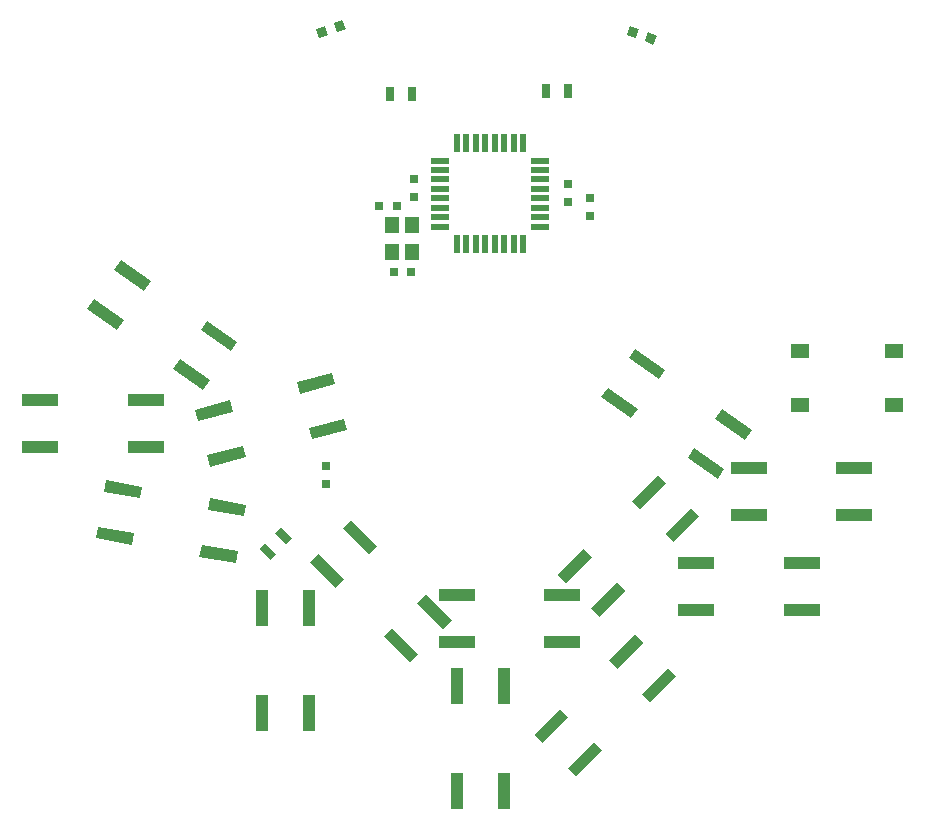
<source format=gtp>
G04 #@! TF.FileFunction,Paste,Top*
%FSLAX46Y46*%
G04 Gerber Fmt 4.6, Leading zero omitted, Abs format (unit mm)*
G04 Created by KiCad (PCBNEW 4.0.7-e2-6376~58~ubuntu16.04.1) date Tue Oct 31 02:22:27 2017*
%MOMM*%
%LPD*%
G01*
G04 APERTURE LIST*
%ADD10C,0.100000*%
%ADD11R,0.750000X0.800000*%
%ADD12R,0.800000X0.750000*%
%ADD13R,1.193800X1.397000*%
%ADD14R,1.600000X0.550000*%
%ADD15R,0.550000X1.600000*%
%ADD16R,0.700000X1.300000*%
%ADD17R,3.100000X1.000000*%
%ADD18R,1.000000X3.100000*%
%ADD19R,1.550000X1.300000*%
G04 APERTURE END LIST*
D10*
D11*
X-5780000Y20350000D03*
X-5780000Y21850000D03*
X9140000Y18750000D03*
X9140000Y20250000D03*
X7300000Y19925000D03*
X7300000Y21425000D03*
D12*
X-8740000Y19555000D03*
X-7240000Y19555000D03*
X-6000000Y13985000D03*
X-7500000Y13985000D03*
D10*
G36*
X-13805823Y33788699D02*
X-14079439Y34540453D01*
X-13327685Y34814069D01*
X-13054069Y34062315D01*
X-13805823Y33788699D01*
X-13805823Y33788699D01*
G37*
G36*
X-12302315Y34335931D02*
X-12575931Y35087685D01*
X-11824177Y35361301D01*
X-11550561Y34609547D01*
X-12302315Y34335931D01*
X-12302315Y34335931D01*
G37*
G36*
X12250561Y34074547D02*
X12524177Y34826301D01*
X13275931Y34552685D01*
X13002315Y33800931D01*
X12250561Y34074547D01*
X12250561Y34074547D01*
G37*
G36*
X13754069Y33527315D02*
X14027685Y34279069D01*
X14779439Y34005453D01*
X14505823Y33253699D01*
X13754069Y33527315D01*
X13754069Y33527315D01*
G37*
D13*
X-5955000Y17955000D03*
X-7656800Y17955000D03*
X-7656800Y15669000D03*
X-5955000Y15669000D03*
D14*
X-3585000Y23435000D03*
X-3585000Y22635000D03*
X-3585000Y21835000D03*
X-3585000Y21035000D03*
X-3585000Y20235000D03*
X-3585000Y19435000D03*
X-3585000Y18635000D03*
X-3585000Y17835000D03*
D15*
X-2135000Y16385000D03*
X-1335000Y16385000D03*
X-535000Y16385000D03*
X265000Y16385000D03*
X1065000Y16385000D03*
X1865000Y16385000D03*
X2665000Y16385000D03*
X3465000Y16385000D03*
D14*
X4915000Y17835000D03*
X4915000Y18635000D03*
X4915000Y19435000D03*
X4915000Y20235000D03*
X4915000Y21035000D03*
X4915000Y21835000D03*
X4915000Y22635000D03*
X4915000Y23435000D03*
D15*
X3465000Y24885000D03*
X2665000Y24885000D03*
X1865000Y24885000D03*
X1065000Y24885000D03*
X265000Y24885000D03*
X-535000Y24885000D03*
X-1335000Y24885000D03*
X-2135000Y24885000D03*
D11*
X-13235000Y-2430000D03*
X-13235000Y-3930000D03*
D10*
G36*
X-17005381Y-7631142D02*
X-16086142Y-8550381D01*
X-16581117Y-9045356D01*
X-17500356Y-8126117D01*
X-17005381Y-7631142D01*
X-17005381Y-7631142D01*
G37*
G36*
X-18348883Y-8974644D02*
X-17429644Y-9893883D01*
X-17924619Y-10388858D01*
X-18843858Y-9469619D01*
X-18348883Y-8974644D01*
X-18348883Y-8974644D01*
G37*
D16*
X-5915000Y29075000D03*
X-7815000Y29075000D03*
X5390000Y29285000D03*
X7290000Y29285000D03*
D17*
X-28495000Y-825000D03*
X-28495000Y3175000D03*
X-37405000Y3175000D03*
X-37405000Y-825000D03*
D10*
G36*
X-23021357Y4821946D02*
X-23594934Y4002794D01*
X-26134305Y5780880D01*
X-25560728Y6600032D01*
X-23021357Y4821946D01*
X-23021357Y4821946D01*
G37*
G36*
X-20727051Y8098554D02*
X-21300628Y7279402D01*
X-23839999Y9057488D01*
X-23266422Y9876640D01*
X-20727051Y8098554D01*
X-20727051Y8098554D01*
G37*
G36*
X-28025695Y13209120D02*
X-28599272Y12389968D01*
X-31138643Y14168054D01*
X-30565066Y14987206D01*
X-28025695Y13209120D01*
X-28025695Y13209120D01*
G37*
G36*
X-30320001Y9932512D02*
X-30893578Y9113360D01*
X-33432949Y10891446D01*
X-32859372Y11710598D01*
X-30320001Y9932512D01*
X-30320001Y9932512D01*
G37*
G36*
X-24058614Y1384681D02*
X-24317433Y2350606D01*
X-21323062Y3152945D01*
X-21064243Y2187020D01*
X-24058614Y1384681D01*
X-24058614Y1384681D01*
G37*
G36*
X-23023337Y-2479022D02*
X-23282156Y-1513097D01*
X-20287785Y-710758D01*
X-20028966Y-1676683D01*
X-23023337Y-2479022D01*
X-23023337Y-2479022D01*
G37*
G36*
X-14416938Y-172945D02*
X-14675757Y792980D01*
X-11681386Y1595319D01*
X-11422567Y629394D01*
X-14416938Y-172945D01*
X-14416938Y-172945D01*
G37*
G36*
X-15452215Y3690758D02*
X-15711034Y4656683D01*
X-12716663Y5459022D01*
X-12457844Y4493097D01*
X-15452215Y3690758D01*
X-15452215Y3690758D01*
G37*
G36*
X-20706702Y-9649969D02*
X-20880350Y-10634777D01*
X-23933254Y-10096467D01*
X-23759606Y-9111659D01*
X-20706702Y-9649969D01*
X-20706702Y-9649969D01*
G37*
G36*
X-20012109Y-5710738D02*
X-20185757Y-6695546D01*
X-23238661Y-6157236D01*
X-23065013Y-5172428D01*
X-20012109Y-5710738D01*
X-20012109Y-5710738D01*
G37*
G36*
X-28786746Y-4163533D02*
X-28960394Y-5148341D01*
X-32013298Y-4610031D01*
X-31839650Y-3625223D01*
X-28786746Y-4163533D01*
X-28786746Y-4163533D01*
G37*
G36*
X-29481339Y-8102764D02*
X-29654987Y-9087572D01*
X-32707891Y-8549262D01*
X-32534243Y-7564454D01*
X-29481339Y-8102764D01*
X-29481339Y-8102764D01*
G37*
D18*
X-14670000Y-14450000D03*
X-18670000Y-14450000D03*
X-18670000Y-23360000D03*
X-14670000Y-23360000D03*
D10*
G36*
X-5414484Y-18326836D02*
X-6121591Y-19033943D01*
X-8313622Y-16841912D01*
X-7606515Y-16134805D01*
X-5414484Y-18326836D01*
X-5414484Y-18326836D01*
G37*
G36*
X-2586057Y-15498409D02*
X-3293164Y-16205516D01*
X-5485195Y-14013485D01*
X-4778088Y-13306378D01*
X-2586057Y-15498409D01*
X-2586057Y-15498409D01*
G37*
G36*
X-8886378Y-9198088D02*
X-9593485Y-9905195D01*
X-11785516Y-7713164D01*
X-11078409Y-7006057D01*
X-8886378Y-9198088D01*
X-8886378Y-9198088D01*
G37*
G36*
X-11714805Y-12026515D02*
X-12421912Y-12733622D01*
X-14613943Y-10541591D01*
X-13906836Y-9834484D01*
X-11714805Y-12026515D01*
X-11714805Y-12026515D01*
G37*
D17*
X-2110000Y-13355000D03*
X-2110000Y-17355000D03*
X6800000Y-17355000D03*
X6800000Y-13355000D03*
D10*
G36*
X15731836Y-19499484D02*
X16438943Y-20206591D01*
X14246912Y-22398622D01*
X13539805Y-21691515D01*
X15731836Y-19499484D01*
X15731836Y-19499484D01*
G37*
G36*
X12903409Y-16671057D02*
X13610516Y-17378164D01*
X11418485Y-19570195D01*
X10711378Y-18863088D01*
X12903409Y-16671057D01*
X12903409Y-16671057D01*
G37*
G36*
X6603088Y-22971378D02*
X7310195Y-23678485D01*
X5118164Y-25870516D01*
X4411057Y-25163409D01*
X6603088Y-22971378D01*
X6603088Y-22971378D01*
G37*
G36*
X9431515Y-25799805D02*
X10138622Y-26506912D01*
X7946591Y-28698943D01*
X7239484Y-27991836D01*
X9431515Y-25799805D01*
X9431515Y-25799805D01*
G37*
G36*
X17686836Y-5984484D02*
X18393943Y-6691591D01*
X16201912Y-8883622D01*
X15494805Y-8176515D01*
X17686836Y-5984484D01*
X17686836Y-5984484D01*
G37*
G36*
X14858409Y-3156057D02*
X15565516Y-3863164D01*
X13373485Y-6055195D01*
X12666378Y-5348088D01*
X14858409Y-3156057D01*
X14858409Y-3156057D01*
G37*
G36*
X8558088Y-9456378D02*
X9265195Y-10163485D01*
X7073164Y-12355516D01*
X6366057Y-11648409D01*
X8558088Y-9456378D01*
X8558088Y-9456378D01*
G37*
G36*
X11386515Y-12284805D02*
X12093622Y-12991912D01*
X9901591Y-15183943D01*
X9194484Y-14476836D01*
X11386515Y-12284805D01*
X11386515Y-12284805D01*
G37*
D17*
X18145000Y-10650000D03*
X18145000Y-14650000D03*
X27055000Y-14650000D03*
X27055000Y-10650000D03*
D10*
G36*
X20513643Y-2668054D02*
X19940066Y-3487206D01*
X17400695Y-1709120D01*
X17974272Y-889968D01*
X20513643Y-2668054D01*
X20513643Y-2668054D01*
G37*
G36*
X22807949Y608554D02*
X22234372Y-210598D01*
X19695001Y1567488D01*
X20268578Y2386640D01*
X22807949Y608554D01*
X22807949Y608554D01*
G37*
G36*
X15509305Y5719120D02*
X14935728Y4899968D01*
X12396357Y6678054D01*
X12969934Y7497206D01*
X15509305Y5719120D01*
X15509305Y5719120D01*
G37*
G36*
X13214999Y2442512D02*
X12641422Y1623360D01*
X10102051Y3401446D01*
X10675628Y4220598D01*
X13214999Y2442512D01*
X13214999Y2442512D01*
G37*
D17*
X22615000Y-2580000D03*
X22615000Y-6580000D03*
X31525000Y-6580000D03*
X31525000Y-2580000D03*
D18*
X1875000Y-21025000D03*
X-2125000Y-21025000D03*
X-2125000Y-29935000D03*
X1875000Y-29935000D03*
D19*
X26900000Y7280000D03*
X26900000Y2780000D03*
X34900000Y2780000D03*
X34900000Y7280000D03*
M02*

</source>
